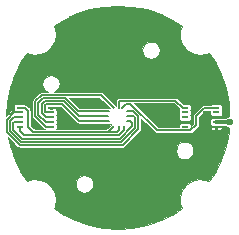
<source format=gtl>
G04 #@! TF.GenerationSoftware,KiCad,Pcbnew,5.0.2-bee76a0~70~ubuntu18.04.1*
G04 #@! TF.CreationDate,2019-08-28T04:11:25+02:00*
G04 #@! TF.ProjectId,upper_Sensor,75707065-725f-4536-956e-736f722e6b69,rev?*
G04 #@! TF.SameCoordinates,Original*
G04 #@! TF.FileFunction,Copper,L1,Top*
G04 #@! TF.FilePolarity,Positive*
%FSLAX46Y46*%
G04 Gerber Fmt 4.6, Leading zero omitted, Abs format (unit mm)*
G04 Created by KiCad (PCBNEW 5.0.2-bee76a0~70~ubuntu18.04.1) date Mi 28 Aug 2019 04:11:25 CEST*
%MOMM*%
%LPD*%
G01*
G04 APERTURE LIST*
G04 #@! TA.AperFunction,SMDPad,CuDef*
%ADD10R,0.630000X0.230000*%
G04 #@! TD*
G04 #@! TA.AperFunction,BGAPad,CuDef*
%ADD11C,0.150000*%
G04 #@! TD*
G04 #@! TA.AperFunction,ViaPad*
%ADD12C,0.600000*%
G04 #@! TD*
G04 #@! TA.AperFunction,Conductor*
%ADD13C,0.130000*%
G04 #@! TD*
G04 #@! TA.AperFunction,Conductor*
%ADD14C,0.300000*%
G04 #@! TD*
G04 #@! TA.AperFunction,Conductor*
%ADD15C,0.100000*%
G04 #@! TD*
G04 APERTURE END LIST*
D10*
G04 #@! TO.P,J12,10*
G04 #@! TO.N,GNDD*
X104325000Y-79200000D03*
G04 #@! TO.P,J12,9*
G04 #@! TO.N,N/C*
X101675000Y-79200000D03*
G04 #@! TO.P,J12,8*
G04 #@! TO.N,REFFET1_D2*
X104325000Y-79600000D03*
G04 #@! TO.P,J12,7*
G04 #@! TO.N,ISFET1_D4*
X101675000Y-79600000D03*
G04 #@! TO.P,J12,6*
G04 #@! TO.N,REFFET1_D3*
X104325000Y-80000000D03*
G04 #@! TO.P,J12,5*
G04 #@! TO.N,ISFET1_D3*
X101675000Y-80000000D03*
G04 #@! TO.P,J12,4*
G04 #@! TO.N,REFFET1_D4*
X104325000Y-80400000D03*
G04 #@! TO.P,J12,3*
G04 #@! TO.N,ISFET1_D2*
X101675000Y-80400000D03*
G04 #@! TO.P,J12,2*
G04 #@! TO.N,N/C*
X104325000Y-80800000D03*
G04 #@! TO.P,J12,1*
G04 #@! TO.N,ISFET1_D1*
X101675000Y-80800000D03*
G04 #@! TD*
G04 #@! TO.P,J11,10*
G04 #@! TO.N,O2_ELEC1*
X118325000Y-79200000D03*
G04 #@! TO.P,J11,9*
G04 #@! TO.N,ELEC1*
X115675000Y-79200000D03*
G04 #@! TO.P,J11,8*
G04 #@! TO.N,Net-(J11-Pad8)*
X118325000Y-79600000D03*
G04 #@! TO.P,J11,7*
G04 #@! TO.N,Net-(J11-Pad7)*
X115675000Y-79600000D03*
G04 #@! TO.P,J11,6*
G04 #@! TO.N,GNDD*
X118325000Y-80000000D03*
G04 #@! TO.P,J11,5*
G04 #@! TO.N,Net-(J11-Pad5)*
X115675000Y-80000000D03*
G04 #@! TO.P,J11,4*
G04 #@! TO.N,RF_ANT*
X118325000Y-80400000D03*
G04 #@! TO.P,J11,3*
G04 #@! TO.N,GNDD*
X115675000Y-80400000D03*
G04 #@! TO.P,J11,2*
X118325000Y-80800000D03*
G04 #@! TO.P,J11,1*
G04 #@! TO.N,Net-(J11-Pad1)*
X115675000Y-80800000D03*
G04 #@! TD*
D11*
G04 #@! TO.P,REF\002A\002A,D4i*
G04 #@! TO.N,ISFET1_D4*
X110753000Y-79450000D03*
G04 #@! TO.P,REF\002A\002A,D2i*
G04 #@! TO.N,ISFET1_D2*
X110753000Y-80330000D03*
G04 #@! TO.P,REF\002A\002A,D3i*
G04 #@! TO.N,ISFET1_D3*
X110753000Y-79890000D03*
G04 #@! TO.P,REF\002A\002A,D1i*
G04 #@! TO.N,ISFET1_D1*
X110550000Y-80753000D03*
G04 #@! TO.P,REF\002A\002A,SUB*
G04 #@! TO.N,N/C*
X109670000Y-80753000D03*
G04 #@! TO.P,REF\002A\002A,S*
X110110000Y-80753000D03*
G04 #@! TO.P,REF\002A\002A,D3m*
G04 #@! TO.N,REFFET1_D3*
X109247000Y-79890000D03*
G04 #@! TO.P,REF\002A\002A,D4m*
G04 #@! TO.N,REFFET1_D4*
X109247000Y-79450000D03*
G04 #@! TO.P,REF\002A\002A,D2m*
G04 #@! TO.N,REFFET1_D2*
X109247000Y-80330000D03*
G04 #@! TO.P,REF\002A\002A,G*
G04 #@! TO.N,N/C*
X109670000Y-79247000D03*
G04 #@! TO.P,REF\002A\002A,O2*
G04 #@! TO.N,O2_ELEC1*
X110330000Y-79247000D03*
G04 #@! TO.P,REF\002A\002A,ELEC*
G04 #@! TO.N,ELEC1*
X110110000Y-79247000D03*
G04 #@! TD*
D12*
G04 #@! TO.N,GNDD*
X110797475Y-89115181D03*
X111588881Y-89010990D03*
X112368194Y-88838220D03*
X113129484Y-88598186D03*
X114575000Y-87924131D03*
X113866957Y-88292715D03*
X117924130Y-84574999D03*
X118292714Y-83866956D03*
X118598185Y-83129483D03*
X118598183Y-76870516D03*
X118292712Y-76133044D03*
X117924128Y-75425001D03*
X118838217Y-77631806D03*
X119010987Y-78411119D03*
X114574998Y-72075871D03*
X112368193Y-71161782D03*
X111588880Y-70989012D03*
X113129483Y-71401816D03*
X113866955Y-71707287D03*
X110797474Y-70884822D03*
X108411119Y-70989014D03*
X107631806Y-71161784D03*
X109202524Y-70884823D03*
X109999999Y-70850004D03*
X106870516Y-71401818D03*
X105425002Y-72075873D03*
X106133044Y-71707289D03*
X102075872Y-75425003D03*
X101707288Y-76133046D03*
X102075875Y-84574997D03*
X101401820Y-83129483D03*
X101707291Y-83866955D03*
X105425005Y-87924127D03*
X106133047Y-88292710D03*
X106870519Y-88598181D03*
X107631808Y-88838215D03*
X108411121Y-89010984D03*
X109202526Y-89115174D03*
X118838219Y-82368193D03*
X119010989Y-81588880D03*
X119115178Y-79202524D03*
X101401817Y-76870518D03*
X101161783Y-77631808D03*
X100989014Y-78411121D03*
X100884824Y-79202526D03*
X110000000Y-89150000D03*
X118300000Y-81400000D03*
X117500000Y-80400000D03*
X117500000Y-80400000D03*
X117500000Y-80400000D03*
X117500000Y-79700000D03*
X117500000Y-81100000D03*
X118200000Y-78600000D03*
X116500000Y-79100000D03*
X112300000Y-79200000D03*
X114800000Y-80500000D03*
X105100000Y-79600000D03*
X106300000Y-80700000D03*
X107700000Y-78700000D03*
G04 #@! TO.N,RF_ANT*
X119491760Y-80403700D03*
G04 #@! TD*
D13*
G04 #@! TO.N,*
X102120000Y-79200000D02*
X102369620Y-79449620D01*
X101675000Y-79200000D02*
X102120000Y-79200000D01*
X102369620Y-79449620D02*
X102369620Y-80812640D01*
X102369620Y-80812640D02*
X102842060Y-81285080D01*
X102842060Y-81285080D02*
X109138720Y-81285080D01*
X109138720Y-81285080D02*
X109672120Y-80751680D01*
X109138720Y-81285080D02*
X109928660Y-81285080D01*
X109928660Y-81285080D02*
X110109000Y-81104740D01*
X110109000Y-81104740D02*
X110109000Y-80756760D01*
X108546980Y-78100000D02*
X109664500Y-79217520D01*
X103880000Y-80800000D02*
X102999540Y-79919540D01*
X104325000Y-80800000D02*
X103880000Y-80800000D01*
X102999540Y-79919540D02*
X102999540Y-78653640D01*
X102999540Y-78653640D02*
X103553180Y-78100000D01*
X103553180Y-78100000D02*
X108546980Y-78100000D01*
G04 #@! TO.N,REFFET1_D2*
X103814999Y-78973562D02*
X103908528Y-78880033D01*
X105293493Y-78880033D02*
X106746040Y-80332580D01*
X104325000Y-79600000D02*
X103880000Y-79600000D01*
X103880000Y-79600000D02*
X103814999Y-79534999D01*
X106746040Y-80332580D02*
X109273340Y-80332580D01*
X103908528Y-78880033D02*
X105293493Y-78880033D01*
X103814999Y-79534999D02*
X103814999Y-78973562D01*
G04 #@! TO.N,REFFET1_D3*
X105401190Y-78620022D02*
X106671788Y-79890620D01*
X103800829Y-78620022D02*
X105401190Y-78620022D01*
X103548180Y-78872671D02*
X103800829Y-78620022D01*
X103548180Y-79668180D02*
X103548180Y-78872671D01*
X103880000Y-80000000D02*
X103548180Y-79668180D01*
X104325000Y-80000000D02*
X103880000Y-80000000D01*
X106671788Y-79890620D02*
X109204999Y-79890620D01*
G04 #@! TO.N,REFFET1_D4*
X104325000Y-80400000D02*
X103880000Y-80400000D01*
X103273860Y-79793860D02*
X103273860Y-78762860D01*
X103273860Y-78762860D02*
X103676709Y-78360011D01*
X106600076Y-79451200D02*
X109255560Y-79451200D01*
X103880000Y-80400000D02*
X103273860Y-79793860D01*
X105508887Y-78360011D02*
X106600076Y-79451200D01*
X103676709Y-78360011D02*
X105508887Y-78360011D01*
G04 #@! TO.N,ISFET1_D4*
X110398396Y-82332490D02*
X111746620Y-80984267D01*
X111746620Y-79922370D02*
X111275450Y-79451200D01*
X111746620Y-80984267D02*
X111746620Y-79922370D01*
X100623710Y-81265779D02*
X101690422Y-82332490D01*
X101230000Y-79600000D02*
X100623710Y-80206290D01*
X101690422Y-82332490D02*
X110398396Y-82332490D01*
X101675000Y-79600000D02*
X101230000Y-79600000D01*
X100623710Y-80206290D02*
X100623710Y-81265779D01*
X111275450Y-79451200D02*
X110771940Y-79451200D01*
G04 #@! TO.N,ISFET1_D3*
X101675000Y-80000000D02*
X101230000Y-80000000D01*
X111349700Y-79893160D02*
X110795001Y-79893160D01*
X101798769Y-82072479D02*
X110290697Y-82072479D01*
X110290697Y-82072479D02*
X111486609Y-80876568D01*
X101230000Y-80000000D02*
X100883721Y-80346279D01*
X100883721Y-80346279D02*
X100883721Y-81157431D01*
X100883721Y-81157431D02*
X101798769Y-82072479D01*
X111486609Y-80030069D02*
X111349700Y-79893160D01*
X111486609Y-80876568D02*
X111486609Y-80030069D01*
G04 #@! TO.N,ISFET1_D2*
X101230000Y-80400000D02*
X101150420Y-80479580D01*
X101675000Y-80400000D02*
X101230000Y-80400000D01*
X101900708Y-81806710D02*
X102759001Y-81806710D01*
X101150420Y-80479580D02*
X101150420Y-81056422D01*
X101150420Y-81056422D02*
X101900708Y-81806710D01*
X110188759Y-81806710D02*
X111226600Y-80768869D01*
X102759001Y-81806710D02*
X110188759Y-81806710D01*
X111226600Y-80768869D02*
X111226600Y-80505300D01*
X111226600Y-80505300D02*
X111058960Y-80337660D01*
X111058960Y-80337660D02*
X110769400Y-80337660D01*
G04 #@! TO.N,ISFET1_D1*
X110556040Y-81071720D02*
X110556040Y-80764380D01*
X101675000Y-80800000D02*
X101675000Y-81187360D01*
X110081060Y-81546700D02*
X110556040Y-81071720D01*
X102034340Y-81546700D02*
X110081060Y-81546700D01*
X101675000Y-81187360D02*
X102034340Y-81546700D01*
G04 #@! TO.N,ELEC1*
X110157260Y-78592680D02*
X110101380Y-78648560D01*
X114867680Y-78592680D02*
X110157260Y-78592680D01*
X115675000Y-79200000D02*
X115475000Y-79200000D01*
X110101380Y-78648560D02*
X110101380Y-79209900D01*
X115475000Y-79200000D02*
X114867680Y-78592680D01*
D14*
G04 #@! TO.N,RF_ANT*
X118325000Y-80400000D02*
X119488060Y-80400000D01*
X119488060Y-80400000D02*
X119491760Y-80403700D01*
D13*
G04 #@! TO.N,O2_ELEC1*
X110380001Y-79195439D02*
X110380001Y-79197200D01*
X116146001Y-81110001D02*
X113301961Y-81110001D01*
X111044650Y-78852690D02*
X110722750Y-78852690D01*
X118325000Y-79200000D02*
X117300000Y-79200000D01*
X116600000Y-79900000D02*
X116600000Y-80656002D01*
X117300000Y-79200000D02*
X116600000Y-79900000D01*
X116600000Y-80656002D02*
X116146001Y-81110001D01*
X110722750Y-78852690D02*
X110380001Y-79195439D01*
X113301961Y-81110001D02*
X111044650Y-78852690D01*
G04 #@! TD*
D15*
G04 #@! TO.N,GNDD*
G36*
X111233460Y-70630953D02*
X112445808Y-70872104D01*
X113616320Y-71269438D01*
X114724952Y-71816156D01*
X115424441Y-72283539D01*
X115276484Y-72727022D01*
X115280984Y-73300016D01*
X115470845Y-73840660D01*
X115825593Y-74290656D01*
X116306977Y-74601482D01*
X116863089Y-74739621D01*
X117433964Y-74690178D01*
X117711163Y-74567630D01*
X118183844Y-75275048D01*
X118730562Y-76383680D01*
X119127896Y-77554192D01*
X119369047Y-78766540D01*
X119444892Y-79923700D01*
X119396282Y-79923700D01*
X119219862Y-79996775D01*
X119146637Y-80070000D01*
X118765000Y-80070000D01*
X118752500Y-80057500D01*
X118425000Y-80057500D01*
X118425000Y-80070000D01*
X118292498Y-80070000D01*
X118225000Y-80083426D01*
X118225000Y-80057500D01*
X117897500Y-80057500D01*
X117860000Y-80095000D01*
X117860000Y-80144837D01*
X117870398Y-80169940D01*
X117840444Y-80214768D01*
X117826474Y-80285000D01*
X117826474Y-80515000D01*
X117840444Y-80585232D01*
X117870398Y-80630060D01*
X117860000Y-80655163D01*
X117860000Y-80705000D01*
X117897500Y-80742500D01*
X118225000Y-80742500D01*
X118225000Y-80716574D01*
X118292498Y-80730000D01*
X118425000Y-80730000D01*
X118425000Y-80742500D01*
X118752500Y-80742500D01*
X118765000Y-80730000D01*
X119139237Y-80730000D01*
X119219862Y-80810625D01*
X119392086Y-80881962D01*
X119369047Y-81233460D01*
X119127896Y-82445808D01*
X118730562Y-83616320D01*
X118183844Y-84724952D01*
X117711430Y-85431970D01*
X117407362Y-85303214D01*
X116835781Y-85262744D01*
X116281907Y-85409601D01*
X115805465Y-85727950D01*
X115457829Y-86183462D01*
X115276484Y-86727022D01*
X115280984Y-87300016D01*
X115426699Y-87714952D01*
X114724952Y-88183844D01*
X113616320Y-88730562D01*
X112445808Y-89127896D01*
X111233460Y-89369047D01*
X110000000Y-89449893D01*
X108766540Y-89369047D01*
X107554192Y-89127896D01*
X106383680Y-88730562D01*
X105275048Y-88183844D01*
X104570975Y-87713398D01*
X104650919Y-87565236D01*
X104745000Y-87000000D01*
X104744785Y-86972591D01*
X104641837Y-86408902D01*
X104361851Y-85908952D01*
X104080390Y-85656854D01*
X106426572Y-85656854D01*
X106483282Y-85941954D01*
X106644778Y-86183649D01*
X106886473Y-86345145D01*
X107171573Y-86401855D01*
X107456673Y-86345145D01*
X107698368Y-86183649D01*
X107859864Y-85941954D01*
X107916574Y-85656854D01*
X107859864Y-85371754D01*
X107698368Y-85130059D01*
X107456673Y-84968563D01*
X107171573Y-84911853D01*
X106886473Y-84968563D01*
X106644778Y-85130059D01*
X106483282Y-85371754D01*
X106426572Y-85656854D01*
X104080390Y-85656854D01*
X103935018Y-85526648D01*
X103407362Y-85303214D01*
X102835781Y-85262744D01*
X102281907Y-85409601D01*
X102276180Y-85413428D01*
X101816156Y-84724952D01*
X101269438Y-83616320D01*
X101001986Y-82828427D01*
X114911853Y-82828427D01*
X114968563Y-83113527D01*
X115130059Y-83355222D01*
X115371754Y-83516718D01*
X115656854Y-83573428D01*
X115941954Y-83516718D01*
X116183649Y-83355222D01*
X116345145Y-83113527D01*
X116401855Y-82828427D01*
X116345145Y-82543327D01*
X116183649Y-82301632D01*
X115941954Y-82140136D01*
X115656854Y-82083426D01*
X115371754Y-82140136D01*
X115130059Y-82301632D01*
X114968563Y-82543327D01*
X114911853Y-82828427D01*
X101001986Y-82828427D01*
X100872104Y-82445808D01*
X100726809Y-81715359D01*
X101500119Y-82488669D01*
X101513787Y-82509125D01*
X101594828Y-82563274D01*
X101690422Y-82582289D01*
X101714548Y-82577490D01*
X110374270Y-82577490D01*
X110398396Y-82582289D01*
X110422522Y-82577490D01*
X110493990Y-82563274D01*
X110575031Y-82509125D01*
X110588701Y-82488666D01*
X111902799Y-81174570D01*
X111923255Y-81160902D01*
X111977404Y-81079861D01*
X111980360Y-81065000D01*
X111996419Y-80984268D01*
X111991620Y-80960142D01*
X111991620Y-80146141D01*
X113111658Y-81266180D01*
X113125326Y-81286636D01*
X113196311Y-81334066D01*
X113206367Y-81340785D01*
X113301961Y-81359800D01*
X113326087Y-81355001D01*
X116121875Y-81355001D01*
X116146001Y-81359800D01*
X116170127Y-81355001D01*
X116241595Y-81340785D01*
X116322636Y-81286636D01*
X116336306Y-81266177D01*
X116707483Y-80895000D01*
X117860000Y-80895000D01*
X117860000Y-80944837D01*
X117882836Y-80999968D01*
X117925032Y-81042164D01*
X117980163Y-81065000D01*
X118187500Y-81065000D01*
X118225000Y-81027500D01*
X118225000Y-80857500D01*
X118425000Y-80857500D01*
X118425000Y-81027500D01*
X118462500Y-81065000D01*
X118669837Y-81065000D01*
X118724968Y-81042164D01*
X118767164Y-80999968D01*
X118790000Y-80944837D01*
X118790000Y-80895000D01*
X118752500Y-80857500D01*
X118425000Y-80857500D01*
X118225000Y-80857500D01*
X117897500Y-80857500D01*
X117860000Y-80895000D01*
X116707483Y-80895000D01*
X116756181Y-80846303D01*
X116776635Y-80832637D01*
X116830784Y-80751596D01*
X116845000Y-80680128D01*
X116849799Y-80656002D01*
X116845000Y-80631876D01*
X116845000Y-80001481D01*
X117401482Y-79445000D01*
X117834430Y-79445000D01*
X117826474Y-79485000D01*
X117826474Y-79715000D01*
X117840444Y-79785232D01*
X117870398Y-79830060D01*
X117860000Y-79855163D01*
X117860000Y-79905000D01*
X117897500Y-79942500D01*
X118225000Y-79942500D01*
X118225000Y-79898526D01*
X118425000Y-79898526D01*
X118425000Y-79942500D01*
X118752500Y-79942500D01*
X118790000Y-79905000D01*
X118790000Y-79855163D01*
X118779602Y-79830060D01*
X118809556Y-79785232D01*
X118823526Y-79715000D01*
X118823526Y-79485000D01*
X118809556Y-79414768D01*
X118799688Y-79400000D01*
X118809556Y-79385232D01*
X118823526Y-79315000D01*
X118823526Y-79085000D01*
X118809556Y-79014768D01*
X118769772Y-78955228D01*
X118710232Y-78915444D01*
X118640000Y-78901474D01*
X118010000Y-78901474D01*
X117939768Y-78915444D01*
X117880569Y-78955000D01*
X117324124Y-78955000D01*
X117299999Y-78950201D01*
X117275874Y-78955000D01*
X117204406Y-78969216D01*
X117123365Y-79023365D01*
X117109697Y-79043821D01*
X116443824Y-79709695D01*
X116423365Y-79723365D01*
X116382635Y-79784324D01*
X116369216Y-79804407D01*
X116350201Y-79900000D01*
X116355000Y-79924126D01*
X116355001Y-80554519D01*
X116173526Y-80735994D01*
X116173526Y-80685000D01*
X116159556Y-80614768D01*
X116129602Y-80569940D01*
X116140000Y-80544837D01*
X116140000Y-80495000D01*
X116102500Y-80457500D01*
X115775000Y-80457500D01*
X115775000Y-80501474D01*
X115575000Y-80501474D01*
X115575000Y-80457500D01*
X115247500Y-80457500D01*
X115210000Y-80495000D01*
X115210000Y-80544837D01*
X115220398Y-80569940D01*
X115190444Y-80614768D01*
X115176474Y-80685000D01*
X115176474Y-80865001D01*
X113403443Y-80865001D01*
X111376121Y-78837680D01*
X114766199Y-78837680D01*
X115176474Y-79247956D01*
X115176474Y-79315000D01*
X115190444Y-79385232D01*
X115200312Y-79400000D01*
X115190444Y-79414768D01*
X115176474Y-79485000D01*
X115176474Y-79715000D01*
X115190444Y-79785232D01*
X115200312Y-79800000D01*
X115190444Y-79814768D01*
X115176474Y-79885000D01*
X115176474Y-80115000D01*
X115190444Y-80185232D01*
X115220398Y-80230060D01*
X115210000Y-80255163D01*
X115210000Y-80305000D01*
X115247500Y-80342500D01*
X115575000Y-80342500D01*
X115575000Y-80298526D01*
X115775000Y-80298526D01*
X115775000Y-80342500D01*
X116102500Y-80342500D01*
X116140000Y-80305000D01*
X116140000Y-80255163D01*
X116129602Y-80230060D01*
X116159556Y-80185232D01*
X116173526Y-80115000D01*
X116173526Y-79885000D01*
X116159556Y-79814768D01*
X116149688Y-79800000D01*
X116159556Y-79785232D01*
X116173526Y-79715000D01*
X116173526Y-79485000D01*
X116159556Y-79414768D01*
X116149688Y-79400000D01*
X116159556Y-79385232D01*
X116173526Y-79315000D01*
X116173526Y-79085000D01*
X116159556Y-79014768D01*
X116119772Y-78955228D01*
X116060232Y-78915444D01*
X115990000Y-78901474D01*
X115522956Y-78901474D01*
X115057985Y-78436504D01*
X115044315Y-78416045D01*
X114963274Y-78361896D01*
X114891806Y-78347680D01*
X114867680Y-78342881D01*
X114843554Y-78347680D01*
X110181384Y-78347680D01*
X110157259Y-78342881D01*
X110133135Y-78347680D01*
X110133134Y-78347680D01*
X110061666Y-78361896D01*
X109980625Y-78416045D01*
X109966955Y-78436504D01*
X109945204Y-78458255D01*
X109924745Y-78471925D01*
X109881501Y-78536646D01*
X109870596Y-78552967D01*
X109851581Y-78648560D01*
X109856380Y-78672686D01*
X109856381Y-79063704D01*
X109854800Y-79061338D01*
X108737285Y-77943824D01*
X108723615Y-77923365D01*
X108642574Y-77869216D01*
X108571106Y-77855000D01*
X108546980Y-77850201D01*
X108522854Y-77855000D01*
X104635525Y-77855000D01*
X104869941Y-77698368D01*
X105031437Y-77456673D01*
X105088147Y-77171573D01*
X105031437Y-76886473D01*
X104869941Y-76644778D01*
X104628246Y-76483282D01*
X104343146Y-76426572D01*
X104058046Y-76483282D01*
X103816351Y-76644778D01*
X103654855Y-76886473D01*
X103598145Y-77171573D01*
X103654855Y-77456673D01*
X103816351Y-77698368D01*
X104050767Y-77855000D01*
X103577304Y-77855000D01*
X103553179Y-77850201D01*
X103529055Y-77855000D01*
X103529054Y-77855000D01*
X103457586Y-77869216D01*
X103376545Y-77923365D01*
X103362877Y-77943821D01*
X102843362Y-78463337D01*
X102822906Y-78477005D01*
X102791219Y-78524429D01*
X102768756Y-78558047D01*
X102749741Y-78653640D01*
X102754541Y-78677771D01*
X102754540Y-79895414D01*
X102749741Y-79919540D01*
X102754540Y-79943665D01*
X102768756Y-80015133D01*
X102822905Y-80096175D01*
X102843364Y-80109845D01*
X103689697Y-80956179D01*
X103703365Y-80976635D01*
X103784406Y-81030784D01*
X103831140Y-81040080D01*
X102943542Y-81040080D01*
X102614620Y-80711159D01*
X102614620Y-79473746D01*
X102619419Y-79449620D01*
X102600404Y-79354026D01*
X102594172Y-79344699D01*
X102546255Y-79272985D01*
X102525799Y-79259317D01*
X102310305Y-79043824D01*
X102296635Y-79023365D01*
X102215594Y-78969216D01*
X102144126Y-78955000D01*
X102120000Y-78950201D01*
X102114027Y-78951389D01*
X102060232Y-78915444D01*
X101990000Y-78901474D01*
X101360000Y-78901474D01*
X101289768Y-78915444D01*
X101230228Y-78955228D01*
X101190444Y-79014768D01*
X101176474Y-79085000D01*
X101176474Y-79315000D01*
X101185247Y-79359103D01*
X101134406Y-79369216D01*
X101053365Y-79423365D01*
X101039699Y-79443818D01*
X100554778Y-79928741D01*
X100630953Y-78766540D01*
X100872104Y-77554192D01*
X101269438Y-76383680D01*
X101816156Y-75275048D01*
X102278503Y-74583096D01*
X102306977Y-74601482D01*
X102863089Y-74739621D01*
X103433964Y-74690178D01*
X103958045Y-74458484D01*
X104082816Y-74343146D01*
X112083426Y-74343146D01*
X112140136Y-74628246D01*
X112301632Y-74869941D01*
X112543327Y-75031437D01*
X112828427Y-75088147D01*
X113113527Y-75031437D01*
X113355222Y-74869941D01*
X113516718Y-74628246D01*
X113573428Y-74343146D01*
X113516718Y-74058046D01*
X113355222Y-73816351D01*
X113113527Y-73654855D01*
X112828427Y-73598145D01*
X112543327Y-73654855D01*
X112301632Y-73816351D01*
X112140136Y-74058046D01*
X112083426Y-74343146D01*
X104082816Y-74343146D01*
X104378820Y-74069523D01*
X104650919Y-73565236D01*
X104745000Y-73000000D01*
X104744785Y-72972591D01*
X104641837Y-72408902D01*
X104572700Y-72285449D01*
X105275048Y-71816156D01*
X106383680Y-71269438D01*
X107554192Y-70872104D01*
X108766540Y-70630953D01*
X110000000Y-70550107D01*
X111233460Y-70630953D01*
X111233460Y-70630953D01*
G37*
X111233460Y-70630953D02*
X112445808Y-70872104D01*
X113616320Y-71269438D01*
X114724952Y-71816156D01*
X115424441Y-72283539D01*
X115276484Y-72727022D01*
X115280984Y-73300016D01*
X115470845Y-73840660D01*
X115825593Y-74290656D01*
X116306977Y-74601482D01*
X116863089Y-74739621D01*
X117433964Y-74690178D01*
X117711163Y-74567630D01*
X118183844Y-75275048D01*
X118730562Y-76383680D01*
X119127896Y-77554192D01*
X119369047Y-78766540D01*
X119444892Y-79923700D01*
X119396282Y-79923700D01*
X119219862Y-79996775D01*
X119146637Y-80070000D01*
X118765000Y-80070000D01*
X118752500Y-80057500D01*
X118425000Y-80057500D01*
X118425000Y-80070000D01*
X118292498Y-80070000D01*
X118225000Y-80083426D01*
X118225000Y-80057500D01*
X117897500Y-80057500D01*
X117860000Y-80095000D01*
X117860000Y-80144837D01*
X117870398Y-80169940D01*
X117840444Y-80214768D01*
X117826474Y-80285000D01*
X117826474Y-80515000D01*
X117840444Y-80585232D01*
X117870398Y-80630060D01*
X117860000Y-80655163D01*
X117860000Y-80705000D01*
X117897500Y-80742500D01*
X118225000Y-80742500D01*
X118225000Y-80716574D01*
X118292498Y-80730000D01*
X118425000Y-80730000D01*
X118425000Y-80742500D01*
X118752500Y-80742500D01*
X118765000Y-80730000D01*
X119139237Y-80730000D01*
X119219862Y-80810625D01*
X119392086Y-80881962D01*
X119369047Y-81233460D01*
X119127896Y-82445808D01*
X118730562Y-83616320D01*
X118183844Y-84724952D01*
X117711430Y-85431970D01*
X117407362Y-85303214D01*
X116835781Y-85262744D01*
X116281907Y-85409601D01*
X115805465Y-85727950D01*
X115457829Y-86183462D01*
X115276484Y-86727022D01*
X115280984Y-87300016D01*
X115426699Y-87714952D01*
X114724952Y-88183844D01*
X113616320Y-88730562D01*
X112445808Y-89127896D01*
X111233460Y-89369047D01*
X110000000Y-89449893D01*
X108766540Y-89369047D01*
X107554192Y-89127896D01*
X106383680Y-88730562D01*
X105275048Y-88183844D01*
X104570975Y-87713398D01*
X104650919Y-87565236D01*
X104745000Y-87000000D01*
X104744785Y-86972591D01*
X104641837Y-86408902D01*
X104361851Y-85908952D01*
X104080390Y-85656854D01*
X106426572Y-85656854D01*
X106483282Y-85941954D01*
X106644778Y-86183649D01*
X106886473Y-86345145D01*
X107171573Y-86401855D01*
X107456673Y-86345145D01*
X107698368Y-86183649D01*
X107859864Y-85941954D01*
X107916574Y-85656854D01*
X107859864Y-85371754D01*
X107698368Y-85130059D01*
X107456673Y-84968563D01*
X107171573Y-84911853D01*
X106886473Y-84968563D01*
X106644778Y-85130059D01*
X106483282Y-85371754D01*
X106426572Y-85656854D01*
X104080390Y-85656854D01*
X103935018Y-85526648D01*
X103407362Y-85303214D01*
X102835781Y-85262744D01*
X102281907Y-85409601D01*
X102276180Y-85413428D01*
X101816156Y-84724952D01*
X101269438Y-83616320D01*
X101001986Y-82828427D01*
X114911853Y-82828427D01*
X114968563Y-83113527D01*
X115130059Y-83355222D01*
X115371754Y-83516718D01*
X115656854Y-83573428D01*
X115941954Y-83516718D01*
X116183649Y-83355222D01*
X116345145Y-83113527D01*
X116401855Y-82828427D01*
X116345145Y-82543327D01*
X116183649Y-82301632D01*
X115941954Y-82140136D01*
X115656854Y-82083426D01*
X115371754Y-82140136D01*
X115130059Y-82301632D01*
X114968563Y-82543327D01*
X114911853Y-82828427D01*
X101001986Y-82828427D01*
X100872104Y-82445808D01*
X100726809Y-81715359D01*
X101500119Y-82488669D01*
X101513787Y-82509125D01*
X101594828Y-82563274D01*
X101690422Y-82582289D01*
X101714548Y-82577490D01*
X110374270Y-82577490D01*
X110398396Y-82582289D01*
X110422522Y-82577490D01*
X110493990Y-82563274D01*
X110575031Y-82509125D01*
X110588701Y-82488666D01*
X111902799Y-81174570D01*
X111923255Y-81160902D01*
X111977404Y-81079861D01*
X111980360Y-81065000D01*
X111996419Y-80984268D01*
X111991620Y-80960142D01*
X111991620Y-80146141D01*
X113111658Y-81266180D01*
X113125326Y-81286636D01*
X113196311Y-81334066D01*
X113206367Y-81340785D01*
X113301961Y-81359800D01*
X113326087Y-81355001D01*
X116121875Y-81355001D01*
X116146001Y-81359800D01*
X116170127Y-81355001D01*
X116241595Y-81340785D01*
X116322636Y-81286636D01*
X116336306Y-81266177D01*
X116707483Y-80895000D01*
X117860000Y-80895000D01*
X117860000Y-80944837D01*
X117882836Y-80999968D01*
X117925032Y-81042164D01*
X117980163Y-81065000D01*
X118187500Y-81065000D01*
X118225000Y-81027500D01*
X118225000Y-80857500D01*
X118425000Y-80857500D01*
X118425000Y-81027500D01*
X118462500Y-81065000D01*
X118669837Y-81065000D01*
X118724968Y-81042164D01*
X118767164Y-80999968D01*
X118790000Y-80944837D01*
X118790000Y-80895000D01*
X118752500Y-80857500D01*
X118425000Y-80857500D01*
X118225000Y-80857500D01*
X117897500Y-80857500D01*
X117860000Y-80895000D01*
X116707483Y-80895000D01*
X116756181Y-80846303D01*
X116776635Y-80832637D01*
X116830784Y-80751596D01*
X116845000Y-80680128D01*
X116849799Y-80656002D01*
X116845000Y-80631876D01*
X116845000Y-80001481D01*
X117401482Y-79445000D01*
X117834430Y-79445000D01*
X117826474Y-79485000D01*
X117826474Y-79715000D01*
X117840444Y-79785232D01*
X117870398Y-79830060D01*
X117860000Y-79855163D01*
X117860000Y-79905000D01*
X117897500Y-79942500D01*
X118225000Y-79942500D01*
X118225000Y-79898526D01*
X118425000Y-79898526D01*
X118425000Y-79942500D01*
X118752500Y-79942500D01*
X118790000Y-79905000D01*
X118790000Y-79855163D01*
X118779602Y-79830060D01*
X118809556Y-79785232D01*
X118823526Y-79715000D01*
X118823526Y-79485000D01*
X118809556Y-79414768D01*
X118799688Y-79400000D01*
X118809556Y-79385232D01*
X118823526Y-79315000D01*
X118823526Y-79085000D01*
X118809556Y-79014768D01*
X118769772Y-78955228D01*
X118710232Y-78915444D01*
X118640000Y-78901474D01*
X118010000Y-78901474D01*
X117939768Y-78915444D01*
X117880569Y-78955000D01*
X117324124Y-78955000D01*
X117299999Y-78950201D01*
X117275874Y-78955000D01*
X117204406Y-78969216D01*
X117123365Y-79023365D01*
X117109697Y-79043821D01*
X116443824Y-79709695D01*
X116423365Y-79723365D01*
X116382635Y-79784324D01*
X116369216Y-79804407D01*
X116350201Y-79900000D01*
X116355000Y-79924126D01*
X116355001Y-80554519D01*
X116173526Y-80735994D01*
X116173526Y-80685000D01*
X116159556Y-80614768D01*
X116129602Y-80569940D01*
X116140000Y-80544837D01*
X116140000Y-80495000D01*
X116102500Y-80457500D01*
X115775000Y-80457500D01*
X115775000Y-80501474D01*
X115575000Y-80501474D01*
X115575000Y-80457500D01*
X115247500Y-80457500D01*
X115210000Y-80495000D01*
X115210000Y-80544837D01*
X115220398Y-80569940D01*
X115190444Y-80614768D01*
X115176474Y-80685000D01*
X115176474Y-80865001D01*
X113403443Y-80865001D01*
X111376121Y-78837680D01*
X114766199Y-78837680D01*
X115176474Y-79247956D01*
X115176474Y-79315000D01*
X115190444Y-79385232D01*
X115200312Y-79400000D01*
X115190444Y-79414768D01*
X115176474Y-79485000D01*
X115176474Y-79715000D01*
X115190444Y-79785232D01*
X115200312Y-79800000D01*
X115190444Y-79814768D01*
X115176474Y-79885000D01*
X115176474Y-80115000D01*
X115190444Y-80185232D01*
X115220398Y-80230060D01*
X115210000Y-80255163D01*
X115210000Y-80305000D01*
X115247500Y-80342500D01*
X115575000Y-80342500D01*
X115575000Y-80298526D01*
X115775000Y-80298526D01*
X115775000Y-80342500D01*
X116102500Y-80342500D01*
X116140000Y-80305000D01*
X116140000Y-80255163D01*
X116129602Y-80230060D01*
X116159556Y-80185232D01*
X116173526Y-80115000D01*
X116173526Y-79885000D01*
X116159556Y-79814768D01*
X116149688Y-79800000D01*
X116159556Y-79785232D01*
X116173526Y-79715000D01*
X116173526Y-79485000D01*
X116159556Y-79414768D01*
X116149688Y-79400000D01*
X116159556Y-79385232D01*
X116173526Y-79315000D01*
X116173526Y-79085000D01*
X116159556Y-79014768D01*
X116119772Y-78955228D01*
X116060232Y-78915444D01*
X115990000Y-78901474D01*
X115522956Y-78901474D01*
X115057985Y-78436504D01*
X115044315Y-78416045D01*
X114963274Y-78361896D01*
X114891806Y-78347680D01*
X114867680Y-78342881D01*
X114843554Y-78347680D01*
X110181384Y-78347680D01*
X110157259Y-78342881D01*
X110133135Y-78347680D01*
X110133134Y-78347680D01*
X110061666Y-78361896D01*
X109980625Y-78416045D01*
X109966955Y-78436504D01*
X109945204Y-78458255D01*
X109924745Y-78471925D01*
X109881501Y-78536646D01*
X109870596Y-78552967D01*
X109851581Y-78648560D01*
X109856380Y-78672686D01*
X109856381Y-79063704D01*
X109854800Y-79061338D01*
X108737285Y-77943824D01*
X108723615Y-77923365D01*
X108642574Y-77869216D01*
X108571106Y-77855000D01*
X108546980Y-77850201D01*
X108522854Y-77855000D01*
X104635525Y-77855000D01*
X104869941Y-77698368D01*
X105031437Y-77456673D01*
X105088147Y-77171573D01*
X105031437Y-76886473D01*
X104869941Y-76644778D01*
X104628246Y-76483282D01*
X104343146Y-76426572D01*
X104058046Y-76483282D01*
X103816351Y-76644778D01*
X103654855Y-76886473D01*
X103598145Y-77171573D01*
X103654855Y-77456673D01*
X103816351Y-77698368D01*
X104050767Y-77855000D01*
X103577304Y-77855000D01*
X103553179Y-77850201D01*
X103529055Y-77855000D01*
X103529054Y-77855000D01*
X103457586Y-77869216D01*
X103376545Y-77923365D01*
X103362877Y-77943821D01*
X102843362Y-78463337D01*
X102822906Y-78477005D01*
X102791219Y-78524429D01*
X102768756Y-78558047D01*
X102749741Y-78653640D01*
X102754541Y-78677771D01*
X102754540Y-79895414D01*
X102749741Y-79919540D01*
X102754540Y-79943665D01*
X102768756Y-80015133D01*
X102822905Y-80096175D01*
X102843364Y-80109845D01*
X103689697Y-80956179D01*
X103703365Y-80976635D01*
X103784406Y-81030784D01*
X103831140Y-81040080D01*
X102943542Y-81040080D01*
X102614620Y-80711159D01*
X102614620Y-79473746D01*
X102619419Y-79449620D01*
X102600404Y-79354026D01*
X102594172Y-79344699D01*
X102546255Y-79272985D01*
X102525799Y-79259317D01*
X102310305Y-79043824D01*
X102296635Y-79023365D01*
X102215594Y-78969216D01*
X102144126Y-78955000D01*
X102120000Y-78950201D01*
X102114027Y-78951389D01*
X102060232Y-78915444D01*
X101990000Y-78901474D01*
X101360000Y-78901474D01*
X101289768Y-78915444D01*
X101230228Y-78955228D01*
X101190444Y-79014768D01*
X101176474Y-79085000D01*
X101176474Y-79315000D01*
X101185247Y-79359103D01*
X101134406Y-79369216D01*
X101053365Y-79423365D01*
X101039699Y-79443818D01*
X100554778Y-79928741D01*
X100630953Y-78766540D01*
X100872104Y-77554192D01*
X101269438Y-76383680D01*
X101816156Y-75275048D01*
X102278503Y-74583096D01*
X102306977Y-74601482D01*
X102863089Y-74739621D01*
X103433964Y-74690178D01*
X103958045Y-74458484D01*
X104082816Y-74343146D01*
X112083426Y-74343146D01*
X112140136Y-74628246D01*
X112301632Y-74869941D01*
X112543327Y-75031437D01*
X112828427Y-75088147D01*
X113113527Y-75031437D01*
X113355222Y-74869941D01*
X113516718Y-74628246D01*
X113573428Y-74343146D01*
X113516718Y-74058046D01*
X113355222Y-73816351D01*
X113113527Y-73654855D01*
X112828427Y-73598145D01*
X112543327Y-73654855D01*
X112301632Y-73816351D01*
X112140136Y-74058046D01*
X112083426Y-74343146D01*
X104082816Y-74343146D01*
X104378820Y-74069523D01*
X104650919Y-73565236D01*
X104745000Y-73000000D01*
X104744785Y-72972591D01*
X104641837Y-72408902D01*
X104572700Y-72285449D01*
X105275048Y-71816156D01*
X106383680Y-71269438D01*
X107554192Y-70872104D01*
X108766540Y-70630953D01*
X110000000Y-70550107D01*
X111233460Y-70630953D01*
G36*
X104425000Y-79142500D02*
X104752500Y-79142500D01*
X104769967Y-79125033D01*
X105192012Y-79125033D01*
X106555739Y-80488762D01*
X106569405Y-80509215D01*
X106589858Y-80522881D01*
X106650446Y-80563364D01*
X106746040Y-80582379D01*
X106770166Y-80577580D01*
X109178363Y-80577580D01*
X109196277Y-80585000D01*
X109297723Y-80585000D01*
X109332425Y-80570626D01*
X109368934Y-80563364D01*
X109381303Y-80555100D01*
X109448237Y-80622034D01*
X109443255Y-80634062D01*
X109037239Y-81040080D01*
X104772907Y-81040080D01*
X104809556Y-80985232D01*
X104823526Y-80915000D01*
X104823526Y-80685000D01*
X104809556Y-80614768D01*
X104799688Y-80600000D01*
X104809556Y-80585232D01*
X104823526Y-80515000D01*
X104823526Y-80285000D01*
X104809556Y-80214768D01*
X104799688Y-80200000D01*
X104809556Y-80185232D01*
X104823526Y-80115000D01*
X104823526Y-79885000D01*
X104809556Y-79814768D01*
X104799688Y-79800000D01*
X104809556Y-79785232D01*
X104823526Y-79715000D01*
X104823526Y-79485000D01*
X104809556Y-79414768D01*
X104779602Y-79369940D01*
X104790000Y-79344837D01*
X104790000Y-79295000D01*
X104752500Y-79257500D01*
X104425000Y-79257500D01*
X104425000Y-79301474D01*
X104225000Y-79301474D01*
X104225000Y-79257500D01*
X104205000Y-79257500D01*
X104205000Y-79142500D01*
X104225000Y-79142500D01*
X104225000Y-79125033D01*
X104425000Y-79125033D01*
X104425000Y-79142500D01*
X104425000Y-79142500D01*
G37*
X104425000Y-79142500D02*
X104752500Y-79142500D01*
X104769967Y-79125033D01*
X105192012Y-79125033D01*
X106555739Y-80488762D01*
X106569405Y-80509215D01*
X106589858Y-80522881D01*
X106650446Y-80563364D01*
X106746040Y-80582379D01*
X106770166Y-80577580D01*
X109178363Y-80577580D01*
X109196277Y-80585000D01*
X109297723Y-80585000D01*
X109332425Y-80570626D01*
X109368934Y-80563364D01*
X109381303Y-80555100D01*
X109448237Y-80622034D01*
X109443255Y-80634062D01*
X109037239Y-81040080D01*
X104772907Y-81040080D01*
X104809556Y-80985232D01*
X104823526Y-80915000D01*
X104823526Y-80685000D01*
X104809556Y-80614768D01*
X104799688Y-80600000D01*
X104809556Y-80585232D01*
X104823526Y-80515000D01*
X104823526Y-80285000D01*
X104809556Y-80214768D01*
X104799688Y-80200000D01*
X104809556Y-80185232D01*
X104823526Y-80115000D01*
X104823526Y-79885000D01*
X104809556Y-79814768D01*
X104799688Y-79800000D01*
X104809556Y-79785232D01*
X104823526Y-79715000D01*
X104823526Y-79485000D01*
X104809556Y-79414768D01*
X104779602Y-79369940D01*
X104790000Y-79344837D01*
X104790000Y-79295000D01*
X104752500Y-79257500D01*
X104425000Y-79257500D01*
X104425000Y-79301474D01*
X104225000Y-79301474D01*
X104225000Y-79257500D01*
X104205000Y-79257500D01*
X104205000Y-79142500D01*
X104225000Y-79142500D01*
X104225000Y-79125033D01*
X104425000Y-79125033D01*
X104425000Y-79142500D01*
G36*
X109295498Y-79195000D02*
X109196277Y-79195000D01*
X109169238Y-79206200D01*
X106701558Y-79206200D01*
X105840357Y-78345000D01*
X108445499Y-78345000D01*
X109295498Y-79195000D01*
X109295498Y-79195000D01*
G37*
X109295498Y-79195000D02*
X109196277Y-79195000D01*
X109169238Y-79206200D01*
X106701558Y-79206200D01*
X105840357Y-78345000D01*
X108445499Y-78345000D01*
X109295498Y-79195000D01*
G04 #@! TD*
M02*

</source>
